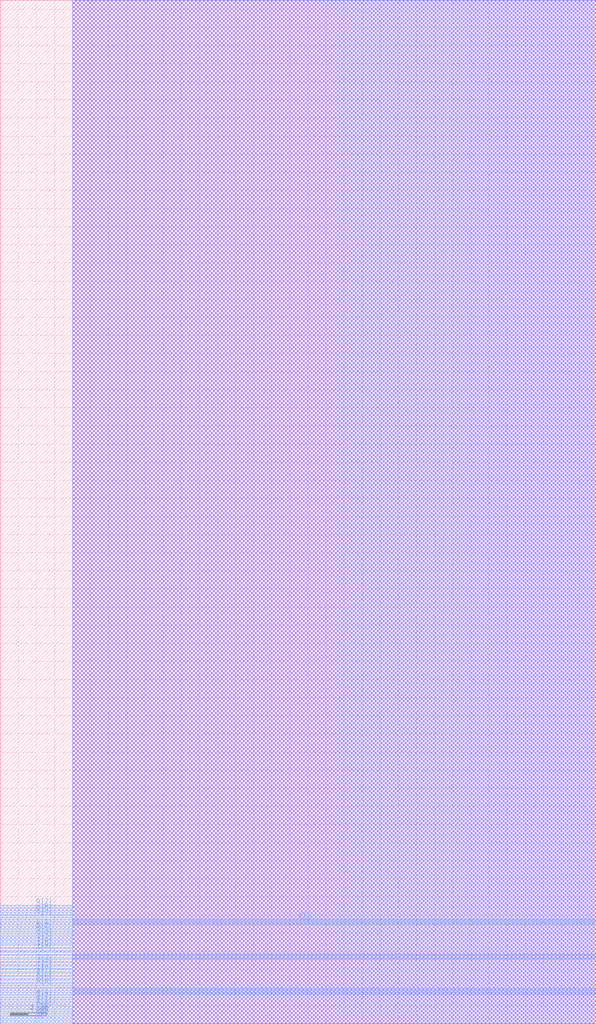
<source format=lef>
VERSION 5.6 ;
BUSBITCHARS "[]" ;
DIVIDERCHAR "/" ;

MACRO SRAM1RW256x8
  CLASS BLOCK ;
  ORIGIN 0 0 ;
  FOREIGN SRAM1RW256x8 0 0 ;
  SIZE 32.928 BY 56.512 ;
  SYMMETRY X Y ;
  SITE coreSite ;
  PIN VDD
    DIRECTION INOUT ;
    USE POWER ;
    PORT 
      LAYER M4 ;
        RECT 0.0 1.632 32.928 1.728 ;
        RECT 0.0 3.552 32.928 3.648 ;
        RECT 0.0 5.472 32.928 5.568 ;
    END 
  END VDD
  PIN VSS
    DIRECTION INOUT ;
    USE GROUND ;
    PORT 
      LAYER M4 ;
        RECT 0.0 1.824 32.928 1.92 ;
        RECT 0.0 3.744 32.928 3.84 ;
        RECT 0.0 5.664 32.928 5.76 ;
    END 
  END VSS
  PIN CE
    DIRECTION INPUT ;
    USE SIGNAL ;
    PORT 
      LAYER M4 ;
        RECT 0.0 0.096 4.0 0.192 ;
    END 
  END CE
  PIN WEB
    DIRECTION INPUT ;
    USE SIGNAL ;
    PORT 
      LAYER M4 ;
        RECT 0.0 0.288 4.0 0.384 ;
    END 
  END WEB
  PIN OEB
    DIRECTION INPUT ;
    USE SIGNAL ;
    PORT 
      LAYER M4 ;
        RECT 0.0 0.48 4.0 0.576 ;
    END 
  END OEB
  PIN CSB
    DIRECTION INPUT ;
    USE SIGNAL ;
    PORT 
      LAYER M4 ;
        RECT 0.0 0.672 4.0 0.768 ;
    END 
  END CSB
  PIN A[0]
    DIRECTION INPUT ;
    USE SIGNAL ;
    PORT 
      LAYER M4 ;
        RECT 0.0 0.864 4.0 0.96 ;
    END 
  END A[0]
  PIN A[1]
    DIRECTION INPUT ;
    USE SIGNAL ;
    PORT 
      LAYER M4 ;
        RECT 0.0 1.056 4.0 1.152 ;
    END 
  END A[1]
  PIN A[2]
    DIRECTION INPUT ;
    USE SIGNAL ;
    PORT 
      LAYER M4 ;
        RECT 0.0 1.248 4.0 1.344 ;
    END 
  END A[2]
  PIN A[3]
    DIRECTION INPUT ;
    USE SIGNAL ;
    PORT 
      LAYER M4 ;
        RECT 0.0 1.44 4.0 1.536 ;
    END 
  END A[3]
  PIN A[4]
    DIRECTION INPUT ;
    USE SIGNAL ;
    PORT 
      LAYER M4 ;
        RECT 0.0 2.016 4.0 2.112 ;
    END 
  END A[4]
  PIN A[5]
    DIRECTION INPUT ;
    USE SIGNAL ;
    PORT 
      LAYER M4 ;
        RECT 0.0 2.208 4.0 2.304 ;
    END 
  END A[5]
  PIN A[6]
    DIRECTION INPUT ;
    USE SIGNAL ;
    PORT 
      LAYER M4 ;
        RECT 0.0 2.4 4.0 2.496 ;
    END 
  END A[6]
  PIN A[7]
    DIRECTION INPUT ;
    USE SIGNAL ;
    PORT 
      LAYER M4 ;
        RECT 0.0 2.592 4.0 2.688 ;
    END 
  END A[7]
  PIN I[0]
    DIRECTION INPUT ;
    USE SIGNAL ;
    PORT 
      LAYER M4 ;
        RECT 0.0 2.784 4.0 2.88 ;
    END 
  END I[0]
  PIN I[1]
    DIRECTION INPUT ;
    USE SIGNAL ;
    PORT 
      LAYER M4 ;
        RECT 0.0 2.976 4.0 3.072 ;
    END 
  END I[1]
  PIN I[2]
    DIRECTION INPUT ;
    USE SIGNAL ;
    PORT 
      LAYER M4 ;
        RECT 0.0 3.168 4.0 3.264 ;
    END 
  END I[2]
  PIN I[3]
    DIRECTION INPUT ;
    USE SIGNAL ;
    PORT 
      LAYER M4 ;
        RECT 0.0 3.36 4.0 3.456 ;
    END 
  END I[3]
  PIN I[4]
    DIRECTION INPUT ;
    USE SIGNAL ;
    PORT 
      LAYER M4 ;
        RECT 0.0 3.936 4.0 4.032 ;
    END 
  END I[4]
  PIN I[5]
    DIRECTION INPUT ;
    USE SIGNAL ;
    PORT 
      LAYER M4 ;
        RECT 0.0 4.128 4.0 4.224 ;
    END 
  END I[5]
  PIN I[6]
    DIRECTION INPUT ;
    USE SIGNAL ;
    PORT 
      LAYER M4 ;
        RECT 0.0 4.32 4.0 4.416 ;
    END 
  END I[6]
  PIN I[7]
    DIRECTION INPUT ;
    USE SIGNAL ;
    PORT 
      LAYER M4 ;
        RECT 0.0 4.512 4.0 4.608 ;
    END 
  END I[7]
  PIN O[0]
    DIRECTION OUTPUT ;
    USE SIGNAL ;
    PORT 
      LAYER M4 ;
        RECT 0.0 4.704 4.0 4.8 ;
    END 
  END O[0]
  PIN O[1]
    DIRECTION OUTPUT ;
    USE SIGNAL ;
    PORT 
      LAYER M4 ;
        RECT 0.0 4.896 4.0 4.992 ;
    END 
  END O[1]
  PIN O[2]
    DIRECTION OUTPUT ;
    USE SIGNAL ;
    PORT 
      LAYER M4 ;
        RECT 0.0 5.088 4.0 5.184 ;
    END 
  END O[2]
  PIN O[3]
    DIRECTION OUTPUT ;
    USE SIGNAL ;
    PORT 
      LAYER M4 ;
        RECT 0.0 5.28 4.0 5.376 ;
    END 
  END O[3]
  PIN O[4]
    DIRECTION OUTPUT ;
    USE SIGNAL ;
    PORT 
      LAYER M4 ;
        RECT 0.0 5.856 4.0 5.952 ;
    END 
  END O[4]
  PIN O[5]
    DIRECTION OUTPUT ;
    USE SIGNAL ;
    PORT 
      LAYER M4 ;
        RECT 0.0 6.048 4.0 6.144 ;
    END 
  END O[5]
  PIN O[6]
    DIRECTION OUTPUT ;
    USE SIGNAL ;
    PORT 
      LAYER M4 ;
        RECT 0.0 6.24 4.0 6.336 ;
    END 
  END O[6]
  PIN O[7]
    DIRECTION OUTPUT ;
    USE SIGNAL ;
    PORT 
      LAYER M4 ;
        RECT 0.0 6.432 4.0 6.528 ;
    END 
  END O[7]
  OBS 
    LAYER M1 ;
      RECT 4.0 0.0 32.928 56.512 ;
    LAYER M2 ;
      RECT 4.0 0.0 32.928 56.512 ;
    LAYER M3 ;
      RECT 4.0 0.0 32.928 56.512 ;
  END 
END SRAM1RW256x8

END LIBRARY
</source>
